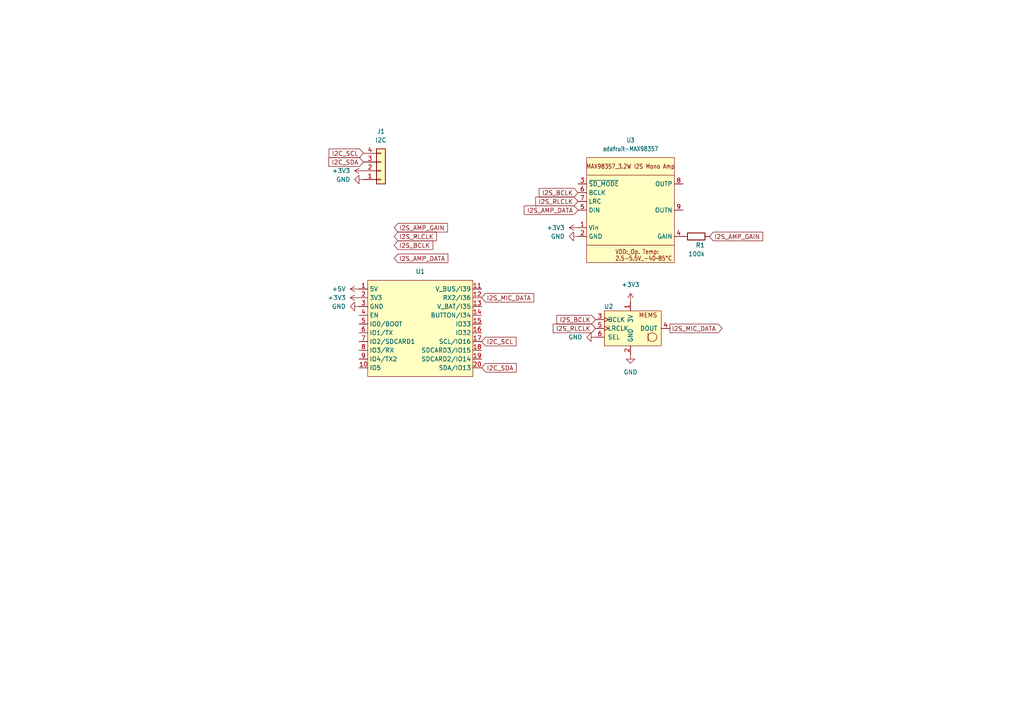
<source format=kicad_sch>
(kicad_sch (version 20230121) (generator eeschema)
  (paper "A4")
  (lib_symbols
    (symbol "Connector_Generic:Conn_01x04" (pin_names (offset 1.016) hide)
      (property "Reference" "J" (at 0 5.08 0))
      (property "Value" "Conn_01x04" (at 0 -7.62 0))
      (symbol "Conn_01x04_1_1"
        (rectangle (start -1.27 -4.953) (end 0 -5.207) (stroke (width 0.1524)))
        (rectangle (start -1.27 -2.413) (end 0 -2.667) (stroke (width 0.1524)))
        (rectangle (start -1.27 0.127) (end 0 -0.127) (stroke (width 0.1524)))
        (rectangle (start -1.27 2.667) (end 0 2.413) (stroke (width 0.1524)))
        (rectangle (start -1.27 3.81) (end 1.27 -6.35) (stroke (width 0.254)) (fill (type background)))
        (pin passive line (at -5.08 2.54 0) (length 3.81) (name "Pin_1") (number "1"))
        (pin passive line (at -5.08 0 0) (length 3.81) (name "Pin_2") (number "2"))
        (pin passive line (at -5.08 -2.54 0) (length 3.81) (name "Pin_3") (number "3"))
        (pin passive line (at -5.08 -5.08 0) (length 3.81) (name "Pin_4") (number "4"))
      )
    )
    (symbol "Device:R" (pin_numbers hide) (pin_names (offset 0))
      (property "Reference" "R" (at 2.032 0 90))
      (property "Value" "R" (at 0 0 90))
      (symbol "R_0_1"
        (rectangle (start -1.016 -2.54) (end 1.016 2.54) (stroke (width 0.254)))
      )
      (symbol "R_1_1"
        (pin passive line (at 0 3.81 270) (length 1.27) (name "~") (number "1"))
        (pin passive line (at 0 -3.81 90) (length 1.27) (name "~") (number "2"))
      )
    )
    (symbol "adafruit-MAX98357:adafruit-MAX98357"
      (property "Reference" "U" (at -12.7 15.875 0))
      (property "Value" "adafruit-MAX98357" (at -12.7 -17.78 0))
      (symbol "adafruit-MAX98357_0_1"
        (rectangle (start -12.7 15.24) (end 12.7 -15.24) (fill (type background)))
      )
      (symbol "adafruit-MAX98357_1_0"
        (polyline (pts (xy -12.7 10.16) (xy 12.7 10.16)))
        (polyline (pts (xy 12.7 -10.16) (xy -12.7 -10.16)))
        (text "2.5-5.5V_-40~85°C" (at -4.445 -13.97 0) (effects (font (size 1.27 1.0795)) (justify left)))
        (text "MAX98357_3.2W I2S Mono Amp" (at 0 12.7 0) (effects (font (size 1.27 1.0795))))
        (text "VDD:_Op. Temp:" (at -4.445 -12.065 0) (effects (font (size 1.27 1.0795)) (justify left)))
        (pin power_in line (at -15.24 -5.08 0) (length 2.54) (name "Vin") (number "1"))
        (pin power_in line (at -15.24 -7.62 0) (length 2.54) (name "GND") (number "2"))
        (pin bidirectional line (at -15.24 7.62 0) (length 2.54) (name "~{SD_MODE}") (number "3"))
        (pin bidirectional line (at 15.24 -7.62 180) (length 2.54) (name "GAIN") (number "4"))
        (pin bidirectional line (at -15.24 0 0) (length 2.54) (name "DIN") (number "5"))
        (pin bidirectional line (at -15.24 5.08 0) (length 2.54) (name "BCLK") (number "6"))
        (pin bidirectional line (at -15.24 2.54 0) (length 2.54) (name "LRC") (number "7"))
        (pin output line (at 15.24 7.62 180) (length 2.54) (name "OUTP") (number "8"))
        (pin output line (at 15.24 0 180) (length 2.54) (name "OUTN") (number "9"))
      )
    )
    (symbol "mems-mic:mems-mic" (pin_names (offset 1.016))
      (property "Reference" "U" (at 7.62 6.35 0))
      (property "Value" "mems-mic" (at -7.62 -6.35 0))
      (symbol "mems-mic_0_0"
        (text "MEMS" (at 5.08 3.81 0) (effects (font (size 1.27 1.27))))
      )
      (symbol "mems-mic_0_1"
        (rectangle (start -7.62 5.08) (end 8.89 -5.08) (fill (type background)))
        (polyline (pts (xy 5.08 -1.27) (xy 5.08 -3.81)))
        (circle (center 6.35 -2.54) (radius 1.27))
      )
      (symbol "mems-mic_1_1"
        (pin power_in line (at 0 7.62 270) (length 2.54) (name "3V") (number "1"))
        (pin power_in line (at 0 -7.62 90) (length 2.54) (name "GND") (number "2"))
        (pin input clock (at -10.16 2.54 0) (length 2.54) (name "BCLK") (number "3"))
        (pin output line (at 11.43 0 180) (length 2.54) (name "DOUT") (number "4"))
        (pin input clock (at -10.16 0 0) (length 2.54) (name "LRCLK") (number "5"))
        (pin input line (at -10.16 -2.54 0) (length 2.54) (name "SEL") (number "6"))
      )
    )
    (symbol "molex-poe:molex-poe"
      (property "Reference" "U" (at 0 15.24 0))
      (symbol "molex-poe_1_1"
        (rectangle (start -13.97 13.97) (end 16.51 -13.97) (fill (type background)))
        (pin power_in line (at -16.51 11.43 0) (length 2.54) (name "5V") (number "1"))
        (pin bidirectional line (at -16.51 -11.43 0) (length 2.54) (name "IO5") (number "10"))
        (pin input line (at 19.05 11.43 180) (length 2.54) (name "V_BUS/I39") (number "11"))
        (pin input line (at 19.05 8.89 180) (length 2.54) (name "RX2/I36") (number "12"))
        (pin input line (at 19.05 6.35 180) (length 2.54) (name "V_BAT/I35") (number "13"))
        (pin input line (at 19.05 3.81 180) (length 2.54) (name "BUTTON/I34") (number "14"))
        (pin bidirectional line (at 19.05 1.27 180) (length 2.54) (name "IO33") (number "15"))
        (pin bidirectional line (at 19.05 -1.27 180) (length 2.54) (name "IO32") (number "16"))
        (pin bidirectional line (at 19.05 -3.81 180) (length 2.54) (name "SCL/IO16") (number "17"))
        (pin bidirectional line (at 19.05 -6.35 180) (length 2.54) (name "SDCARD3/IO15") (number "18"))
        (pin bidirectional line (at 19.05 -8.89 180) (length 2.54) (name "SDCARD2/IO14") (number "19"))
        (pin power_in line (at -16.51 8.89 0) (length 2.54) (name "3V3") (number "2"))
        (pin bidirectional line (at 19.05 -11.43 180) (length 2.54) (name "SDA/IO13") (number "20"))
        (pin power_in line (at -16.51 6.35 0) (length 2.54) (name "GND") (number "3"))
        (pin input line (at -16.51 3.81 0) (length 2.54) (name "EN") (number "4"))
        (pin bidirectional line (at -16.51 1.27 0) (length 2.54) (name "IO0/BOOT") (number "5"))
        (pin bidirectional line (at -16.51 -1.27 0) (length 2.54) (name "IO1/TX") (number "6"))
        (pin bidirectional line (at -16.51 -3.81 0) (length 2.54) (name "IO2/SDCARD1") (number "7"))
        (pin bidirectional line (at -16.51 -6.35 0) (length 2.54) (name "IO3/RX") (number "8"))
        (pin bidirectional line (at -16.51 -8.89 0) (length 2.54) (name "IO4/TX2") (number "9"))
      )
    )
    (symbol "power:+3V3" (power) (pin_names (offset 0))
      (property "Value" "+3V3" (at 0 3.556 0))
      (symbol "+3V3_0_1"
        (polyline (pts (xy -0.762 1.27) (xy 0 2.54)))
        (polyline (pts (xy 0 0) (xy 0 2.54)))
        (polyline (pts (xy 0 2.54) (xy 0.762 1.27)))
      )
      (symbol "+3V3_1_1"
        (pin power_in line (at 0 0 90) (length 0) hide (name "+3V3") (number "1"))
      )
    )
    (symbol "power:+5V" (power) (pin_names (offset 0))
      (property "Value" "+5V" (at 0 3.556 0))
      (symbol "+5V_0_1"
        (polyline (pts (xy -0.762 1.27) (xy 0 2.54)))
        (polyline (pts (xy 0 0) (xy 0 2.54)))
        (polyline (pts (xy 0 2.54) (xy 0.762 1.27)))
      )
      (symbol "+5V_1_1"
        (pin power_in line (at 0 0 90) (length 0) hide (name "+5V") (number "1"))
      )
    )
    (symbol "power:GND" (power) (pin_names (offset 0))
      (property "Value" "GND" (at 0 -3.81 0))
      (symbol "GND_0_1"
        (polyline (pts (xy 0 0) (xy 0 -1.27) (xy 1.27 -1.27) (xy 0 -2.54) (xy -1.27 -1.27) (xy 0 -1.27)))
      )
      (symbol "GND_1_1"
        (pin power_in line (at 0 0 270) (length 0) hide (name "GND") (number "1"))
      )
    )
  )
  (global_label "I2S_MIC_DATA" (shape output) (at 194.31 95.25 0) (property "Intersheetrefs" "${INTERSHEET_REFS}" (effects hide)))
  (global_label "I2S_RLCLK" (shape input) (at 172.72 95.25 180) (property "Intersheetrefs" "${INTERSHEET_REFS}" (effects hide)))
  (global_label "I2S_BCLK" (shape input) (at 114.3 71.12 0) (property "Intersheetrefs" "${INTERSHEET_REFS}" (effects hide)))
  (global_label "I2S_AMP_GAIN" (shape input) (at 205.74 68.58 0) (property "Intersheetrefs" "${INTERSHEET_REFS}" (effects hide)))
  (global_label "I2S_RLCLK" (shape input) (at 167.64 58.42 180) (property "Intersheetrefs" "${INTERSHEET_REFS}" (effects hide)))
  (global_label "I2S_AMP_DATA" (shape input) (at 167.64 60.96 180) (property "Intersheetrefs" "${INTERSHEET_REFS}" (effects hide)))
  (global_label "I2C_SDA" (shape input) (at 139.7 106.68 0) (property "Intersheetrefs" "${INTERSHEET_REFS}" (effects hide)))
  (global_label "I2S_AMP_GAIN" (shape input) (at 114.3 66.04 0) (property "Intersheetrefs" "${INTERSHEET_REFS}" (effects hide)))
  (global_label "I2S_RLCLK" (shape input) (at 114.3 68.58 0) (property "Intersheetrefs" "${INTERSHEET_REFS}" (effects hide)))
  (global_label "I2C_SCL" (shape input) (at 139.7 99.06 0) (property "Intersheetrefs" "${INTERSHEET_REFS}" (effects hide)))
  (global_label "I2S_AMP_DATA" (shape input) (at 114.3 74.93 0) (property "Intersheetrefs" "${INTERSHEET_REFS}" (effects hide)))
  (global_label "I2S_BCLK" (shape input) (at 167.64 55.88 180) (property "Intersheetrefs" "${INTERSHEET_REFS}" (effects hide)))
  (global_label "I2S_MIC_DATA" (shape input) (at 139.7 86.36 0) (property "Intersheetrefs" "${INTERSHEET_REFS}" (effects hide)))
  (global_label "I2S_BCLK" (shape input) (at 172.72 92.71 180) (property "Intersheetrefs" "${INTERSHEET_REFS}" (effects hide)))
  (global_label "I2C_SDA" (shape input) (at 105.41 46.99 180) (property "Intersheetrefs" "${INTERSHEET_REFS}" (effects hide)))
  (global_label "I2C_SCL" (shape input) (at 105.41 44.45 180) (property "Intersheetrefs" "${INTERSHEET_REFS}" (effects hide)))
  (symbol (lib_id "power:+3V3") (at 104.14 86.36 90) (unit 1)
    (property "Reference" "#PWR06" (effects hide))
    (property "Value" "+3V3" (at 100.33 86.36 90) (effects (justify left)))
  )
  (symbol (lib_id "power:GND") (at 105.41 52.07 270) (unit 1)
    (property "Reference" "#PWR010" (effects hide))
    (property "Value" "GND" (at 101.6 52.07 90) (effects (justify right)))
  )
  (symbol (lib_id "power:GND") (at 182.88 102.87 0) (unit 1)
    (property "Reference" "#PWR04" (effects hide))
    (property "Value" "GND" (at 182.88 107.95 0))
  )
  (symbol (lib_id "adafruit-MAX98357:adafruit-MAX98357") (at 182.88 60.96 0) (unit 1)
    (property "Reference" "U3" (at 182.88 40.64 0) (effects (font (size 1.27 1.0795))))
    (property "Value" "adafruit-MAX98357" (at 182.88 43.18 0) (effects (font (size 1.27 1.0795))))
    (property "Footprint" "adafruit-MAX98357:adafruit-MAX98357" (effects hide))
  )
  (symbol (lib_id "Device:R") (at 201.93 68.58 90) (mirror x) (unit 1)
    (property "Reference" "R1" (at 204.47 71.12 90) (effects (justify left)))
    (property "Value" "100k" (at 204.47 73.66 90) (effects (justify left)))
    (property "Footprint" "Resistor_THT:R_Axial_DIN0207_L6.3mm_D2.5mm_P7.62mm_Horizontal" (effects hide))
  )
  (symbol (lib_id "power:GND") (at 104.14 88.9 270) (unit 1)
    (property "Reference" "#PWR05" (effects hide))
    (property "Value" "GND" (at 100.33 88.9 90) (effects (justify right)))
  )
  (symbol (lib_id "power:GND") (at 167.64 68.58 270) (unit 1)
    (property "Reference" "#PWR03" (effects hide))
    (property "Value" "GND" (at 163.83 68.58 90) (effects (justify right)))
  )
  (symbol (lib_id "power:+3V3") (at 167.64 66.04 90) (unit 1)
    (property "Reference" "#PWR02" (effects hide))
    (property "Value" "+3V3" (at 163.83 66.04 90) (effects (justify left)))
  )
  (symbol (lib_id "power:+3V3") (at 105.41 49.53 90) (unit 1)
    (property "Reference" "#PWR09" (effects hide))
    (property "Value" "+3V3" (at 101.6 49.53 90) (effects (justify left)))
  )
  (symbol (lib_id "power:+5V") (at 104.14 83.82 90) (unit 1)
    (property "Reference" "#PWR08" (effects hide))
    (property "Value" "+5V" (at 100.33 83.82 90) (effects (justify left)))
  )
  (symbol (lib_id "mems-mic:mems-mic") (at 182.88 95.25 0) (unit 1)
    (property "Reference" "U2" (at 176.53 88.9 0))
    (property "Value" "mems-mic" (effects hide))
    (property "Footprint" "mems-mic:mems-mic-round" (effects hide))
    (property "Datasheet" "https://www.adafruit.com/product/3421" (effects hide))
  )
  (symbol (lib_id "molex-poe:molex-poe") (at 120.65 95.25 0) (unit 1)
    (property "Reference" "U1" (at 121.92 78.74 0))
    (property "Value" "~" (at 120.65 68.58 0))
    (property "Footprint" "molex-poe:molex-poe" (effects hide))
  )
  (symbol (lib_id "Connector_Generic:Conn_01x04") (at 110.49 49.53 0) (mirror x) (unit 1)
    (property "Reference" "J1" (at 110.49 38.1 0))
    (property "Value" "I2C" (at 110.49 40.64 0))
  )
  (symbol (lib_id "power:+3V3") (at 182.88 87.63 0) (unit 1)
    (property "Reference" "#PWR01" (effects hide))
    (property "Value" "+3V3" (at 182.88 82.55 0))
  )
  (symbol (lib_id "power:GND") (at 172.72 97.79 270) (unit 1)
    (property "Reference" "#PWR07" (effects hide))
    (property "Value" "GND" (at 168.91 97.79 90) (effects (justify right)))
  )
)
</source>
